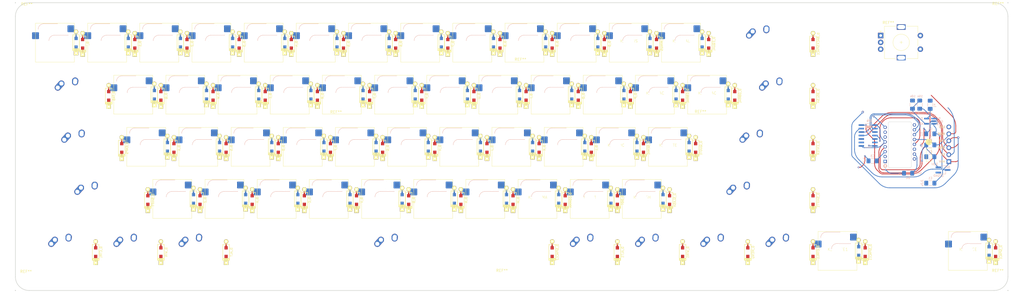
<source format=kicad_pcb>
(kicad_pcb (version 20221018) (generator pcbnew)
  (layers (0 "F.Cu" signal) (31 "B.Cu" signal) (34 "B.Paste" user) (35 "F.Paste" user) (36 "B.SilkS" user "B.Silkscreen") (37 "F.SilkS" user "F.Silkscreen") (38 "B.Mask" user) (39 "F.Mask" user) (44 "Edge.Cuts" user))
  (net 0 "")
  (net 1 "GND")
  (net 2 "VCC")
  (net 3 "/col0")
  (net 4 "/col1")
  (net 5 "/col2")
  (net 6 "/col3")
  (net 7 "/col4")
  (net 8 "/col5")
  (net 9 "/col6")
  (net 10 "/col7")
  (net 11 "/col8")
  (net 12 "/col9")
  (net 13 "/col10")
  (net 14 "/col11")
  (net 15 "/col12")
  (net 16 "/col13")
  (net 17 "/col14")
  (net 18 "/row0")
  (net 19 "/row1")
  (net 20 "/row2")
  (net 21 "/row3")
  (net 22 "/row4")
  (net 23 "Net-(D_`-Pad2)")
  (net 24 "Net-(D_1-Pad2)")
  (net 25 "Net-(D_2-Pad2)")
  (net 26 "Net-(D_3-Pad2)")
  (net 27 "Net-(D_4-Pad2)")
  (net 28 "Net-(D_5-Pad2)")
  (net 29 "Net-(D_6-Pad2)")
  (net 30 "Net-(D_7-Pad2)")
  (net 31 "Net-(D_8-Pad2)")
  (net 32 "Net-(D_9-Pad2)")
  (net 33 "Net-(D_0-Pad2)")
  (net 34 "Net-(D_MINUS-Pad2)")
  (net 35 "Net-(D_EQUAL-Pad2)")
  (net 36 "Net-(D_BACKSPACE-Pad2)")
  (net 37 "Net-(D_TAB-Pad2)")
  (net 38 "Net-(D_Q-Pad2)")
  (net 39 "Net-(D_W-Pad2)")
  (net 40 "Net-(D_E-Pad2)")
  (net 41 "Net-(D_R-Pad2)")
  (net 42 "Net-(D_T-Pad2)")
  (net 43 "Net-(D_Y-Pad2)")
  (net 44 "Net-(D_U-Pad2)")
  (net 45 "Net-(D_I-Pad2)")
  (net 46 "Net-(D_O-Pad2)")
  (net 47 "Net-(D_P-Pad2)")
  (net 48 "Net-(D_CBRAC-Pad2)")
  (net 49 "Net-(D_OBRAC-Pad2)")
  (net 50 "Net-(D_BSLSH-Pad2)")
  (net 51 "Net-(D_CAPS-Pad2)")
  (net 52 "Net-(D_A-Pad2)")
  (net 53 "Net-(D_S-Pad2)")
  (net 54 "Net-(D_D-Pad2)")
  (net 55 "Net-(D_F-Pad2)")
  (net 56 "Net-(D_G-Pad2)")
  (net 57 "Net-(D_H-Pad2)")
  (net 58 "Net-(D_J-Pad2)")
  (net 59 "Net-(D_K-Pad2)")
  (net 60 "Net-(D_L-Pad2)")
  (net 61 "Net-(D_SEMIC-Pad2)")
  (net 62 "Net-(D_QUOTE-Pad2)")
  (net 63 "Net-(D_ENTER-Pad2)")
  (net 64 "Net-(D_SPACE-Pad2)")
  (net 65 "Net-(D_SHIFT-Pad2)")
  (net 66 "Net-(D_Z-Pad2)")
  (net 67 "Net-(D_X-Pad2)")
  (net 68 "Net-(D_C-Pad2)")
  (net 69 "Net-(D_V-Pad2)")
  (net 70 "Net-(D_B-Pad2)")
  (net 71 "Net-(D_N-Pad2)")
  (net 72 "Net-(D_M-Pad2)")
  (net 73 "Net-(D_COMMA-Pad2)")
  (net 74 "Net-(D_DOT-Pad2)")
  (net 75 "Net-(D_SLASH-Pad2)")
  (net 76 "Net-(D_SHIFT1-Pad2)")
  (net 77 "Net-(D_SPACE1-Pad2)")
  (net 78 "Net-(D_CTRL-Pad2)")
  (net 79 "Net-(D_WIN-Pad2)")
  (net 80 "Net-(D_ALT-Pad2)")
  (net 81 "Net-(D_SPACE2-Pad2)")
  (net 82 "Net-(D_ALT1-Pad2)")
  (net 83 "Net-(D_WIN1-Pad2)")
  (net 84 "Net-(D_MENU-Pad2)")
  (net 85 "Net-(D_CTRL1-Pad2)")
  (footprint "keyboard_parts:D_SOD123_axial" (layer "F.Cu") (at 335.265 214.25 90)
    (fp_text reference "D_DOT")
    (fp_text value "D" hide)
  )
  (footprint "keyboard_parts:D_SOD123_axial" (layer "F.Cu") (at 278.115 214.25 90)
    (fp_text reference "D_N")
    (fp_text value "D" hide)
  )
  (footprint "MX_Alps_Hybrid:MX-1.25U-NoLED" (layer "F.Cu") (at 179.98375 232.8)
    (fp_text reference "K_ALT")
    (fp_text value "KEYSW")
  )
  (footprint "keyboard_parts:D_SOD123_axial" (layer "F.Cu") (at 144.765 233.3 90)
    (fp_text reference "D_CTRL")
    (fp_text value "D" hide)
  )
  (footprint "keyboard_parts:D_SOD123_axial" (layer "F.Cu") (at 349.5525 157.1 90)
    (fp_text reference "D_MINUS")
    (fp_text value "D" hide)
  )
  (footprint "keyboard_parts:D_SOD123_axial" (layer "F.Cu") (at 230.49 195.2 90)
    (fp_text reference "D_F")
    (fp_text value "D" hide)
  )
  (footprint "keyboard_parts:D_SOD123_axial" (layer "F.Cu") (at 154.29 195.2 90)
    (fp_text reference "D_CAPS")
    (fp_text value "D" hide)
  )
  (footprint "personal:1u mx hotswap with diode" (layer "F.Cu") (at 277.615 194.7)
    (fp_text reference "K_J")
    (fp_text value "KEYSW")
  )
  (footprint "keyboard_parts:D_SOD123_axial" (layer "F.Cu") (at 378.1275 176.15 90)
    (fp_text reference "D_OBRAC")
    (fp_text value "D" hide)
  )
  (footprint "personal:1u mx hotswap with diode" (layer "F.Cu") (at 201.415 194.7)
    (fp_text reference "K_D")
    (fp_text value "KEYSW")
  )
  (footprint "keyboard_parts:D_SOD123_axial" (layer "F.Cu") (at 359.0775 233.3 90)
    (fp_text reference "D_WIN1")
    (fp_text value "D" hide)
  )
  (footprint "keyboard_parts:D_SOD123_axial" (layer "F.Cu") (at 235.2525 157.1 90)
    (fp_text reference "D_5")
    (fp_text value "D" hide)
  )
  (footprint "MountingHole:MountingHole_2.2mm_M2" (layer "F.Cu") (at 299.87 166.02)
    (fp_text reference "REF**")
    (fp_text value "MountingHole_2.2mm_M2")
  )
  (footprint "keyboard_parts:D_SOD123_axial" (layer "F.Cu") (at 406.7025 176.15 90)
    (fp_text reference "D_BSLSH")
    (fp_text value "D" hide)
  )
  (footprint "keyboard_parts:D_SOD123_axial" (layer "F.Cu") (at 192.39 195.2 90)
    (fp_text reference "D_S")
    (fp_text value "D" hide)
  )
  (footprint "keyboard_parts:D_SOD123_axial" (layer "F.Cu") (at 311.4525 233.3 90)
    (fp_text reference "D_SPACE2")
    (fp_text value "D" hide)
  )
  (footprint "personal:1u mx hotswap with diode" (layer "F.Cu") (at 158.5525 175.65)
    (fp_text reference "K_Q")
    (fp_text value "KEYSW")
  )
  (footprint "MX_Alps_Hybrid:MX-1.25U-NoLED" (layer "F.Cu") (at 370.48375 232.8)
    (fp_text reference "K_MENU")
    (fp_text value "KEYSW")
  )
  (footprint "personal:1u mx hotswap with diode" (layer "F.Cu") (at 353.815 194.7)
    (fp_text reference "K_QUOTE")
    (fp_text value "KEYSW")
  )
  (footprint "keyboard_parts:D_SOD123_axial" (layer "F.Cu") (at 406.7025 195.2 90)
    (fp_text reference "D_ENTER")
    (fp_text value "D" hide)
  )
  (footprint "keyboard_parts:D_SOD123_axial" (layer "F.Cu") (at 297.165 214.25 90)
    (fp_text reference "D_M")
    (fp_text value "D" hide)
  )
  (footprint "personal:1u mx hotswap with diode" (layer "F.Cu") (at 149.0275 156.6)
    (fp_text reference "K_1")
    (fp_text value "KEYSW")
  )
  (footprint "MountingHole:MountingHole_2.2mm_M2" (layer "F.Cu") (at 474.26 145.6)
    (fp_text reference "REF**")
    (fp_text value "MountingHole_2.2mm_M2")
  )
  (footprint "personal:1u mx hotswap with diode" (layer "F.Cu") (at 239.515 194.7)
    (fp_text reference "K_G")
    (fp_text value "KEYSW")
  )
  (footprint "personal:1u mx hotswap with diode" (layer "F.Cu") (at 349.0525 175.65)
    (fp_text reference "K_CBRAC")
    (fp_text value "KEYSW")
  )
  (footprint "personal:1u mx hotswap with diode" (layer "F.Cu") (at 368.1025 175.65)
    (fp_text reference "K_OBRAC")
    (fp_text value "KEYSW")
  )
  (footprint "keyboard_parts:D_SOD123_axial" (layer "F.Cu") (at 340.0275 176.15 90)
    (fp_text reference "D_P")
    (fp_text value "D" hide)
  )
  (footprint "keyboard_parts:D_SOD123_axial" (layer "F.Cu") (at 268.59 195.2 90)
    (fp_text reference "D_H")
    (fp_text value "D" hide)
  )
  (footprint "personal:1u mx hotswap with diode" (layer "F.Cu") (at 296.665 194.7)
    (fp_text reference "K_K")
    (fp_text value "KEYSW")
  )
  (footprint "keyboard_parts:D_SOD123_axial" (layer "F.Cu") (at 240.015 214.25 90)
    (fp_text reference "D_V")
    (fp_text value "D" hide)
  )
  (footprint "keyboard_parts:D_SOD123_axial" (layer "F.Cu") (at 211.44 195.2 90)
    (fp_text reference "D_D")
    (fp_text value "D" hide)
  )
  (footprint "personal:1u mx hotswap with diode" (layer "F.Cu") (at 253.8025 175.65)
    (fp_text reference "K_Y")
    (fp_text value "KEYSW")
  )
  (footprint "personal:1u mx hotswap with diode" (layer "F.Cu") (at 206.1775 156.6)
    (fp_text reference "K_4")
    (fp_text value "KEYSW")
  )
  (footprint "Rotary_Encoder:RotaryEncoder_Alps_EC11E-Switch_Vertical_H20mm" (layer "F.Cu") (at 431.4 154.07)
    (fp_text reference "REF**")
    (fp_text value "RotaryEncoder_Alps_EC11E-Switch_Vertical_H20mm")
  )
  (footprint "keyboard_parts:D_SOD123_axial" (layer "F.Cu") (at 187.6275 176.15 90)
    (fp_text reference "D_W")
    (fp_text value "D" hide)
  )
  (footprint "MX_Alps_Hybrid:MX-1.25U-NoLED" (layer "F.Cu") (at 346.67125 232.8)
    (fp_text reference "K_WIN1")
    (fp_text value "KEYSW")
  )
  (footprint "personal:1u mx hotswap with diode" (layer "F.Cu") (at 310.9525 175.65)
    (fp_text reference "K_O")
    (fp_text value "KEYSW")
  )
  (footprint "personal:1u mx hotswap with diode" (layer "F.Cu") (at 249.04 213.75)
    (fp_text reference "K_B")
    (fp_text value "KEYSW")
  )
  (footprint "keyboard_parts:D_SOD123_axial" (layer "F.Cu") (at 344.79 195.2 90)
    (fp_text reference "D_SEMIC")
    (fp_text value "D" hide)
  )
  (footprint "keyboard_parts:D_SOD123_axial" (layer "F.Cu") (at 273.3525 157.1 90)
    (fp_text reference "D_7")
    (fp_text value "D" hide)
  )
  (footprint "personal:1u mx hotswap with diode" (layer "F.Cu") (at 282.3775 156.6)
    (fp_text reference "K_8")
    (fp_text value "KEYSW")
  )
  (footprint "MX_Alps_Hybrid:MX-2.75U-NoLED" (layer "F.Cu") (at 380.00875 213.75)
    (fp_text reference "K_SHIFT1")
    (fp_text value "KEYSW")
  )
  (footprint "keyboard_parts:D_SOD123_axial" (layer "F.Cu") (at 406.7025 157.1 90)
    (fp_text reference "D_BACKSPACE")
    (fp_text value "D" hide)
  )
  (footprint "MountingHole:MountingHole_2.2mm_M2" (layer "F.Cu") (at 119.6 145.81)
    (fp_text reference "REF**")
    (fp_text value "MountingHole_2.2mm_M2")
  )
  (footprint "personal:1u mx hotswap with diode" (layer "F.Cu") (at 225.2275 156.6)
    (fp_text reference "K_5")
    (fp_text value "KEYSW")
  )
  (footprint "keyboard_parts:D_SOD123_axial" (layer "F.Cu") (at 225.7275 176.15 90)
    (fp_text reference "D_R")
    (fp_text value "D" hide)
  )
  (footprint "keyboard_parts:D_SOD123_axial" (layer "F.Cu") (at 382.89 233.3 90)
    (fp_text reference "D_MENU")
    (fp_text value "D" hide)
  )
  (footprint "keyboard_parts:D_SOD123_axial" (layer "F.Cu") (at 325.74 195.2 90)
    (fp_text reference "D_L")
    (fp_text value "D" hide)
  )
  (footprint "keyboard_parts:D_SOD123_axial" (layer "F.Cu") (at 406.7025 214.25 90)
    (fp_text reference "D_SHIFT1")
    (fp_text value "D" hide)
  )
  (footprint "personal:1u mx hotswap with diode" (layer "F.Cu") (at 272.8525 175.65)
    (fp_text reference "K_U")
    (fp_text value "KEYSW")
  )
  (footprint "personal:1u mx hotswap with diode" (layer "F.Cu") (at 334.765 194.7)
    (fp_text reference "K_SEMIC")
    (fp_text value "KEYSW")
  )
  (footprint "keyboard_parts:D_SOD123_axial" (layer "F.Cu") (at 182.865 214.25 90)
    (fp_text reference "D_Z")
    (fp_text value "D" hide)
  )
  (footprint "personal:1u mx hotswap with diode" (layer "F.Cu") (at 196.6525 175.65)
    (fp_text reference "K_E")
    (fp_text value "KEYSW")
  )
  (footprint "keyboard_parts:D_SOD123_axial" (layer "F.Cu") (at 320.9775 176.15 90)
    (fp_text reference "D_O")
    (fp_text value "D" hide)
  )
  (footprint "keyboard_parts:D_SOD123_axial" (layer "F.Cu") (at 292.4025 157.1 90)
    (fp_text reference "D_8")
    (fp_text value "D" hide)
  )
  (footprint "keyboard_parts:D_SOD123_axial" (layer "F.Cu") (at 197.1525 157.1 90)
    (fp_text reference "D_3")
    (fp_text value "D" hide)
  )
  (footprint "keyboard_parts:D_SOD123_axial" (layer "F.Cu") (at 244.7775 176.15 90)
    (fp_text reference "D_T")
    (fp_text value "D" hide)
  )
  (footprint "keyboard_parts:D_SOD123_axial" (layer "F.Cu") (at 335.265 233.3 90)
    (fp_text reference "D_ALT1")
    (fp_text value "D" hide)
  )
  (footprint "keyboard_parts:D_SOD123_axial" (layer "F.Cu") (at 306.69 195.2 90)
    (fp_text reference "D_K")
    (fp_text value "D" hide)
  )
  (footprint "keyboard_parts:D_SOD123_axial" (layer "F.Cu") (at 311.4525 157.1 90)
    (fp_text reference "D_9")
    (fp_text value "D" hide)
  )
  (footprint "personal:1u mx hotswap with diode" (layer "F.Cu") (at 330.0025 175.65)
    (fp_text reference "K_P")
    (fp_text value "KEYSW")
  )
  (footprint "keyboard_parts:D_SOD123_axial" (layer "F.Cu") (at 287.64 195.2 90)
    (fp_text reference "D_J")
    (fp_text value "D" hide)
  )
  (footprint "keyboard_parts:D_SOD123_axial" (layer "F.Cu") (at 206.6775 176.15 90)
    (fp_text reference "D_E")
    (fp_text value "D" hide)
  )
  (footprint "personal:1u mx hotswap with diode" (layer "F.Cu") (at 315.715 194.7)
    (fp_text reference "K_L")
    (fp_text value "KEYSW")
  )
  (footprint "keyboard_parts:D_SOD123_axial" (layer "F.Cu") (at 254.3025 157.1 90)
    (fp_text reference "D_6")
    (fp_text value "D" hide)
  )
  (footprint "keyboard_parts:D_SOD123_axial" (layer "F.Cu") (at 149.5275 176.15 90)
    (fp_text reference "D_TAB")
    (fp_text value "D" hide)
  )
  (footprint "personal:1u mx hotswap with diode" (layer "F.Cu") (at 234.7525 175.65)
    (fp_text reference "K_T")
    (fp_text value "KEYSW")
  )
  (footprint "personal:1u mx hotswap with diode" (layer "F.Cu") (at 187.1275 156.6)
    (fp_text reference "K_3")
    (fp_text value "KEYSW")
  )
  (footprint "keyboard_parts:D_SOD123_axial" (layer "F.Cu") (at 473.3775 233.3 90)
    (fp_text reference "D_SPACE")
    (fp_text value "D" hide)
  )
  (footprint "keyboard_parts:D_SOD123_axial" (layer "F.Cu") (at 368.6025 157.1 90)
    (fp_text reference "D_EQUAL")
    (fp_text value "D" hide)
  )
  (footprint "personal:1u mx hotswap with diode" (layer "F.Cu") (at 320.4775 156.6)
    (fp_text reference "K_0")
    (fp_text value "KEYSW")
  )
  (footprint "MountingHole:MountingHole_2.2mm_M2" (layer "F.Cu") (at 293.11 243.24)
    (fp_text reference "REF**")
    (fp_text value "MountingHole_2.2mm_M2")
  )
  (footprint "keyboard_parts:D_SOD123_axial" (layer "F.Cu") (at 201.915 214.25 90)
    (fp_text reference "D_X")
    (fp_text value "D" hide)
  )
  (footprint "MX_Alps_Hybrid:MX-1.5U-NoLED" (layer "F.Cu") (at 134.74 175.65)
    (fp_text reference "K_TAB")
    (fp_text value "KEYSW")
  )
  (footprint "keyboard_parts:D_SOD123_axial" (layer "F.Cu") (at 282.8775 176.15 90)
    (fp_text reference "D_U")
    (fp_text value "D" hide)
  )
  (footprint "personal:1u mx hotswap with diode" (layer "F.Cu") (at 344.29 213.75)
    (fp_text reference "K_SLASH")
    (fp_text value "KEYSW")
  )
  (footprint "personal:1u mx hotswap with diode" (layer "F.Cu") (at 463.3525 232.8)
    (fp_text reference "K_SPACE")
    (fp_text value "KEYSW")
  )
  (footprint "keyboard_parts:D_SOD123_axial" (layer "F.Cu") (at 168.5775 176.15 90)
    (fp_text reference "D_Q")
    (fp_text value "D" hide)
  )
  (footprint "keyboard_parts:D_SOD123_axial" (layer "F.Cu") (at 140.0025 157.1 90)
    (fp_text reference "D_`")
    (fp_text value "D" hide)
  )
  (footprint "keyboard_parts:D_SOD123_axial" (layer "F.Cu") (at 249.54 195.2 90)
    (fp_text reference "D_G")
    (fp_text value "D" hide)
  )
  (footprint "personal:1u mx hotswap with diode" (layer "F.Cu") (at 129.9775 156.6)
    (fp_text reference "K_`")
    (fp_text value "KEYSW")
  )
  (footprint "MX_Alps_Hybrid:MX-1.25U-NoLED" (layer "F.Cu") (at 394.29625 232.8)
    (fp_text reference "K_CTRL1")
    (fp_text value "KEYSW")
  )
  (footprint "personal:1u mx hotswap with diode" (layer "F.Cu") (at 172.84 213.75)
    (fp_text reference "K_Z")
    (fp_text value "KEYSW")
  )
  (footprint "personal:1u mx hotswap with diode" (layer "F.Cu") (at 244.2775 156.6)
    (fp_text reference "K_6")
    (fp_text value "KEYSW")
  )
  (footprint "personal:1u mx hotswap with diode" (layer "F.Cu") (at 163.315 194.7)
    (fp_text reference "K_A")
    (fp_text value "KEYSW")
  )
  (footprint "MX_Alps_Hybrid:MX-1.25U-NoLED" (layer "F.Cu") (at 322.85875 232.8)
    (fp_text reference "K_ALT1")
    (fp_text value "KEYSW")
  )
  (footprint "keyboard_parts:D_SOD123_axial" (layer "F.Cu") (at 159.0525 157.1 90)
    (fp_text reference "D_1")
    (fp_text value "D" hide)
  )
  (footprint "MX_Alps_Hybrid:MX-6.25U-NoLED" (layer "F.Cu") (at 251.42125 232.8)
    (fp_text reference "K_SPACE2")
    (fp_text value "KEYSW")
  )
  (footprint "personal:1u mx hotswap with diode" (layer "F.Cu") (at 325.24 213.75)
    (fp_text reference "K_DOT")
    (fp_text value "KEYSW")
  )
  (footprint "personal:1u mx hotswap with diode" (layer "F.Cu") (at 177.6025 175.65)
    (fp_text reference "K_W")
    (fp_text value "KEYSW")
  )
  (footprint "keyboard_parts:D_SOD123_axial" (layer "F.Cu") (at 263.8275 176.15 90)
    (fp_text reference "D_Y")
    (fp_text value "D" hide)
  )
  (footprint "Connector_PinHeader_2.54mm:PinHeader_1x06_P2.54mm_Vertical" (layer "F.Cu") (at 456.300203 187.49251)
    (fp_text reference "J1" hide)
    (fp_text value "Conn_01x06_Female")
  )
  (footprint "keyboard_parts:D_SOD123_axial" (layer "F.Cu") (at 163.815 214.25 90)
    (fp_text reference "D_SHIFT")
    (fp_text value "D" hide)
  )
  (footprint "MountingHole:MountingHole_2.2mm_M2" (layer "F.Cu") (at 232.51 185.24)
    (fp_text reference "REF**")
    (fp_text value "MountingHole_2.2mm_M2")
  )
  (footprint "MX_Alps_Hybrid:MX-2.25U-NoLED" (layer "F.Cu") (at 141.88375 213.75)
    (fp_text reference "K_SHIFT")
    (fp_text value "KEYSW")
  )
  (footprint "MX_Alps_Hybrid:MX-1.75U-NoLED" (layer "F.Cu") (at 137.12125 194.7)
    (fp_text reference "K_CAPS")
    (fp_text value "KEYSW")
  )
  (footprint "MountingHole:MountingHole_2.2mm_M2" (layer "F.Cu") (at 119.31 243.6)
    (fp_text reference "REF**")
    (fp_text value "MountingHole_2.2mm_M2")
  )
  (footprint "personal:1u mx hotswap with diode" (layer "F.Cu") (at 258.565 194.7)
    (fp_text reference "K_H")
    (fp_text value "KEYSW")
  )
  (footprint "MX_Alps_Hybrid:MX-1.25U-NoLED" (layer "F.Cu") (at 156.17125 232.8)
    (fp_text reference "K_WIN")
    (fp_text value "KEYSW")
  )
  (footprint "keyboard_parts:D_SOD123_axial" (layer "F.Cu") (at 178.1025 157.1 90)
    (fp_text reference "D_2")
    (fp_text value "D" hide)
  )
  (footprint "personal:1u mx hotswap with diode" (layer "F.Cu") (at 287.14 213.75)
    (fp_text reference "K_M")
    (fp_text value "KEYSW")
  )
  (footprint "keyboard_parts:D_SOD123_axial" (layer "F.Cu") (at 168.5775 233.3 90)
    (fp_text reference "D_WIN")
    (fp_text value "D" hide)
  )
  (footprint "keyboard_parts:D_SOD123_axial" (layer "F.Cu") (at 173.34 195.2 90)
    (fp_text reference "D_A")
    (fp_text value "D" hide)
  )
  (footprint "personal:1u mx hotswap with diode" (layer "F.Cu") (at 358.5775 156.6)
    (fp_text reference "K_EQUAL")
    (fp_text value "KEYSW")
  )
  (footprint "personal:1u mx hotswap with diode" (layer "F.Cu") (at 415.7275 232.8)
    (fp_text reference "K_SPACE1")
    (fp_text value "KEYSW")
  )
  (footprint "keyboard_parts:D_SOD123_axial" (layer "F.Cu") (at 363.84 195.2 90)
    (fp_text reference "D_QUOTE")
    (fp_text value "D" hide)
  )
  (footprint "MountingHole:MountingHole_2.2mm_M2" (layer "F.Cu") (at 474.15 243.26)
    (fp_text reference "REF**")
    (fp_text value "MountingHole_2.2mm_M2")
  )
  (footprint "keyboard_parts:D_SOD123_axial" (layer "F.Cu") (at 425.7525 233.3 90)
    (fp_text reference "D_SPACE1")
    (fp_text value "D" hide)
  )
  (footprint "MX_Alps_Hybrid:MX-2.25U-NoLED" (layer "F.Cu") (at 384.77125 194.7)
    (fp_text reference "K_ENTER")
    (fp_text value "KEYSW")
  )
  (footprint "personal:1u mx hotswap with diode" (layer "F.Cu") (at 263.3275 156.6)
    (fp_text reference "K_7")
    (fp_text value "KEYSW")
  )
  (footprint "MountingHole:MountingHole_2.2mm_M2" (layer "F.Cu") (at 365.61 185.12)
    (fp_text reference "REF**")
    (fp_text value "MountingHole_2.2mm_M2")
  )
  (footprint "keyboard_parts:D_SOD123_axial" (layer "F.Cu") (at 301.9275 176.15 90)
    (fp_text reference "D_I")
    (fp_text value "D" hide)
  )
  (footprint "personal:1u mx hotswap with diode" (layer "F.Cu") (at 168.0775 156.6)
    (fp_text reference "K_2")
    (fp_text value "KEYSW")
  )
  (footprint "personal:1u mx hotswap with diode" (layer "F.Cu") (at 210.94 213.75)
    (fp_text reference "K_C")
    (fp_text value "KEYSW")
  )
  (footprint "keyboard_parts:D_SOD123_axial" (layer "F.Cu") (at 330.5025 157.1 90)
    (fp_text reference "D_0")
    (fp_text value "D" hide)
  )
  (footprint "keyboard_parts:D_SOD123_axial" (layer "F.Cu") (at 316.215 214.25 90)
    (fp_text reference "D_COMMA")
    (fp_text value "D" hide)
  )
  (footprint "keyboard_parts:D_SOD123_axial" (layer "F.Cu") (at 216.2025 157.1 90)
    (fp_text reference "D_4")
    (fp_text value "D" hide)
  )
  (footprint "MX_Alps_Hybrid:MX-1.25U-NoLED" (layer "F.Cu") (at 132.35875 232.8)
    (fp_text reference "K_CTRL")
    (fp_text value "KEYSW")
  )
  (footprint "personal:1u mx hotswap with diode" (layer "F.Cu") (at 191.89 213.75)
    (fp_text reference "K_X")
    (fp_text value "KEYSW")
  )
  (footprint "keyboard_parts:D_SOD123_axial" (layer "F.Cu") (at 220.965 214.25 90)
    (fp_text reference "D_C")
    (fp_text value "D" hide)
  )
  (footprint "keyboard_parts:D_SOD123_axial" (layer "F.Cu") (at 354.315 214.25 90)
    (fp_text reference "D_SLASH")
    (fp_text value "D" hide)
  )
  (footprint "personal:1u mx hotswap with diode" (layer "F.Cu") (at 306.19 213.75)
    (fp_text reference "K_COMMA")
    (fp_text value "KEYSW")
  )
  (footprint "keyboard_parts:D_SOD123_axial" (layer "F.Cu") (at 192.39 233.3 90)
    (fp_text reference "D_ALT")
    (fp_text value "D" hide)
  )
  (footprint "MX_Alps_Hybrid:MX-2U-NoLED" (layer "F.Cu") (at 387.1525 156.6)
    (fp_text reference "K_BACKSPACE")
    (fp_text value "KEYSW")
  )
  (footprint "personal:1u mx hotswap with diode" (layer "F.Cu") (at 182.365 194.7)
    (fp_text reference "K_S")
    (fp_text value "KEYSW")
  )
  (footprint "personal:1u mx hotswap with diode" (layer "F.Cu") (at 268.09 213.75)
    (fp_text reference "K_N")
    (fp_text value "KEYSW")
  )
  (footprint "MX_Alps_Hybrid:MX-1.5U-NoLED" (layer "F.Cu") (at 391.915 175.65)
    (fp_text reference "K_BSLSH")
    (fp_text value "KEYSW")
  )
  (footprint "personal:1u mx hotswap with diode" (layer "F.Cu") (at 291.9025 175.65)
    (fp_text reference "K_I")
    (fp_text value "KEYSW")
  )
  (footprint "keyboard_parts:D_SOD123_axial" (layer "F.Cu") (at 359.0775 176.15 90)
    (fp_text reference "D_CBRAC")
    (fp_text value "D" hide)
  )
  (footprint "keyboard_parts:D_SOD123_axial" (layer "F.Cu") (at 259.065 214.25 90)
    (fp_text reference "D_B")
    (fp_text value "D" hide)
  )
  (footprint "personal:1u mx hotswap with diode" (layer "F.Cu") (at 220.465 194.7)
    (fp_text reference "K_F")
    (fp_text value "KEYSW")
  )
  (footprint "personal:1u mx hotswap with diode" (layer "F.Cu") (at 215.7025 175.65)
    (fp_text reference "K_R")
    (fp_text value "KEYSW")
  )
  (footprint "personal:1u mx hotswap with diode" (layer "F.Cu") (at 229.99 213.75)
    (fp_text reference "K_V")
    (fp_text value "KEYSW")
  )
  (footprint "keyboard_parts:D_SOD123_axial" (layer "F.Cu") (at 406.7025 233.3 90)
    (fp_text reference "D_CTRL1")
    (fp_text value "D" hide)
  )
  (footprint "personal:1u mx hotswap with diode" (layer "F.Cu") (at 339.5275 156.6)
    (fp_text reference "K_MINUS")
    (fp_text value "KEYSW")
  )
  (footprint "personal:1u mx hotswap with diode" (layer "F.Cu") (at 301.4275 156.6)
    (fp_text reference "K_9")
    (fp_text value "KEYSW")
  )
  (footprint "Resistor_SMD:R_1206_3216Metric_Pad1.42x1.75mm_HandSolder" (layer "B.Cu") (at 441.425203 204.44251)
    (fp_text reference "R4")
    (fp_text value "39")
  )
  (footprint "local:DIP-16_W10.16mm" (layer "B.Cu") (at 434.136203 201.63051)
    (fp_text reference "U2" hide)
    (fp_text value "PMW3360DM-T2QU")
  )
  (footprint "Capacitor_SMD:C_1206_3216Metric_Pad1.42x1.75mm_HandSolder" (layer "B.Cu") (at 449.535203 190.02251 180)
    (fp_text reference "C4")
    (fp_text value "1uF")
  )
  (footprint "Resistor_SMD:R_1206_3216Metric_Pad1.42x1.75mm_HandSolder" (layer "B.Cu") (at 445.675203 179.34251 -90)
    (fp_text reference "R3")
    (fp_text value "15k")
  )
  (footprint "Capacitor_SMD:C_1206_3216Metric_Pad1.42x1.75mm_HandSolder" (layer "B.Cu") (at 449.475203 179.39251 90)
    (fp_text reference "C5")
    (fp_text value "1uF")
  )
  (footprint "local:SOIC127P600X175-14N" (layer "B.Cu") (at 426.825203 190.64251 180)
    (fp_text reference "U4")
    (fp_text value "TXS0104EDR")
  )
  (footprint "Capacitor_SMD:C_1206_3216Metric_Pad1.42x1.75mm_HandSolder" (layer "B.Cu") (at 428.453203 199.92851 180)
    (fp_text reference "C3")
    (fp_text value "4.7uF")
  )
  (footprint "Resistor_SMD:R_1206_3216Metric_Pad1.42x1.75mm_HandSolder" (layer "B.Cu") (at 449.535203 194.08651)
    (fp_text reference "R1")
    (fp_text value "10k")
  )
  (footprint "local:AP7331" (layer "B.Cu") (at 449.475203 185.39251 180)
    (fp_text reference "IC1")
    (fp_text value "AP7335-WG-7" hide)
  )
  (footprint "Capacitor_SMD:C_1206_3216Metric_Pad1.42x1.75mm_HandSolder" (layer "B.Cu") (at 449.535203 198.40451 180)
    (fp_text reference "C2")
    (fp_text value "10uF")
  )
  (footprint "Package_TO_SOT_SMD:TSOT-23_HandSoldering" (layer "B.Cu") (at 454.175203 203.24251)
    (fp_text reference "U1")
    (fp_text value "XC6206P332MR")
  )
  (footprint "Resistor_SMD:R_1206_3216Metric_Pad1.42x1.75mm_HandSolder" (layer "B.Cu") (at 443.025203 179.34251 90)
    (fp_text reference "R2")
    (fp_text value "10k")
  )
  (footprint "Capacitor_SMD:C_1206_3216Metric_Pad1.42x1.75mm_HandSolder" (layer "B.Cu") (at 449.535203 208.05651 180)
    (fp_text reference "C1")
    (fp_text value "2.2uF")
  )
  (gr_rect (start 425.875203 187.09251) (end 427.975203 187.89251) (stroke (width 0.12)) (fill solid) (layer "B.SilkS"))
  (gr_circle (center 433.065203 201.77251) (end 433.586739 201.77251) (stroke (width 0.3)) (fill none) (layer "B.SilkS"))
  (gr_circle (center 448.975203 192.99251) (end 450.108781 192.99251) (stroke (width 0.12)) (fill solid) (layer "F.SilkS"))
  (gr_rect (start 448.125203 195.34251) (end 449.975203 200.19251) (stroke (width 0.12)) (fill none) (layer "F.SilkS"))
  (gr_arc (start 442.637203 201.880511) (mid 442.490734 202.234042) (end 442.137203 202.380511) (stroke (width 0.1)) (layer "Edge.Cuts"))
  (gr_arc (start 477.8775 242.325) (mid 476.413034 245.860534) (end 472.8775 247.325) (stroke (width 0.2)) (layer "Edge.Cuts"))
  (gr_line (start 472.8775 247.325) (end 120.4525 247.325) (stroke (width 0.2)) (layer "Edge.Cuts"))
  (gr_line (start 115.4525 242.325) (end 115.4525 147.075) (stroke (width 0.2)) (layer "Edge.Cuts"))
  (gr_line (start 477.8775 147.075) (end 477.8775 242.325) (stroke (width 0.2)) (layer "Edge.Cuts"))
  (gr_arc (start 477.8775 142.075) (mid 477.8775 142.075) (end 477.8775 142.075) (stroke (width 0.2)) (layer "Edge.Cuts"))
  (gr_arc (start 120.4525 247.325) (mid 116.916966 245.860534) (end 115.4525 242.325) (stroke (width 0.2)) (layer "Edge.Cuts"))
  (gr_line (start 434.137203 201.880511) (end 434.137203 186.130511) (stroke (width 0.1)) (layer "Edge.Cuts"))
  (gr_line (start 442.637203 186.130511) (end 442.637203 201.880511) (stroke (width 0.1)) (layer "Edge.Cuts"))
  (gr_arc (start 115.4525 147.075) (mid 116.916966 143.539466) (end 120.4525 142.075) (stroke (width 0.2)) (layer "Edge.Cuts"))
  (gr_arc (start 442.137203 185.630511) (mid 442.490748 185.776966) (end 442.637203 186.130511) (stroke (width 0.1)) (layer "Edge.Cuts"))
  (gr_arc (start 434.137203 186.130511) (mid 434.283628 185.776936) (end 434.637203 185.630511) (stroke (width 0.1)) (layer "Edge.Cuts"))
  (gr_arc (start 477.8775 247.325) (mid 477.8775 247.325) (end 477.8775 247.325) (stroke (width 0.2)) (layer "Edge.Cuts"))
  (gr_line (start 434.637203 202.380511) (end 442.137203 202.380511) (stroke (width 0.1)) (layer "Edge.Cuts"))
  (gr_arc (start 115.4525 247.325) (mid 115.4525 247.325) (end 115.4525 247.325) (stroke (width 0.2)) (layer "Edge.Cuts"))
  (gr_line (start 120.4525 142.075) (end 472.8775 142.075) (stroke (width 0.2)) (layer "Edge.Cuts"))
  (gr_arc (start 434.637203 202.380511) (mid 434.283641 202.234073) (end 434.137203 201.880511) (stroke (width 0.1)) (layer "Edge.Cuts"))
  (gr_arc (start 115.4525 142.075) (mid 115.4525 142.075) (end 115.4525 142.075) (stroke (width 0.2)) (layer "Edge.Cuts"))
  (gr_arc (start 472.8775 142.075) (mid 476.413034 143.539466) (end 477.8775 147.075) (stroke (width 0.2)) (layer "Edge.Cuts"))
  (gr_line (start 434.637203 185.630511) (end 442.137203 185.630511) (stroke (width 0.1)) (layer "Edge.Cuts"))
  (gr_text "5V" (at 452.575203 184.44251) (layer "B.SilkS") (effects (font (size 0.75 0.75) (thickness 0.1)) (justify mirror)))
  (gr_text "15k" (at 445.775203 176.29251) (layer "B.SilkS") (effects (font (size 0.75 0.75) (thickness 0.1)) (justify mirror)))
  (gr_text "5V" (at 456.025203 202.19251) (layer "B.SilkS") (effects (font (size 0.75 0.75) (thickness 0.1)) (justify mirror)))
  (gr_text "GND" (at 453.039489 185.49251) (layer "B.SilkS") (effects (font (size 0.75 0.75) (thickness 0.1)) (justify mirror)))
  (gr_text "10k" (at 443.125203 176.29251) (layer "B.SilkS") (effects (font (size 0.75 0.75) (thickness 0.1)) (justify mirror)))
  (gr_text "ADJ" (at 446.025203 186.34251) (layer "B.SilkS") (effects (font (size 0.75 0.75) (thickness 0.1)) (justify mirror)))
  (gr_text "2.2u" (at 446.525203 208.04251 90) (layer "B.SilkS") (effects (font (size 0.75 0.75) (thickness 0.1)) (justify mirror)))
  (gr_text "GND" (at 453.817489 187.52251) (layer "B.SilkS") (effects (font (size 0.75 0.75) (thickness 0.1)) (justify mirror)))
  (gr_text "39" (at 438.475203 204.34251 90) (layer "B.SilkS") (effects (font (size 0.75 0.75) (thickness 0.1)) (justify mirror)))
  (gr_text "EN" (at 452.575203 186.54251) (layer "B.SilkS") (effects (font (size 0.75 0.75) (thickness 0.1)) (justify mirror)))
  (gr_text "SS" (at 454.24606 197.60251) (layer "B.SilkS") (effects (font (size 0.75 0.75) (thickness 0.1)) (justify mirror)))
  (gr_text "MOSI" (at 453.603203 195.08251) (layer "B.SilkS") (effects (font (size 0.75 0.75) (thickness 0.1)) (justify mirror)))
  (gr_text "10u" (at 446.425203 198.49251 90) (layer "B.SilkS") (effects (font (size 0.75 0.75) (thickness 0.1)) (justify mirror)))
  (gr_text "MISO" (at 453.603203 190.04251) (layer "B.SilkS") (effects (font (size 0.75 0.75) (thickness 0.1)) (justify mirror)))
  (gr_text "3.3V" (at 451.125203 201.14251) (layer "B.SilkS") (effects (font (size 0.75 0.75) (thickness 0.1)) (justify mirror)))
  (gr_text "1u" (at 446.425203 190.07251 90) (layer "B.SilkS") (effects (font (size 0.75 0.75) (thickness 0.1)) (justify mirror)))
  (gr_text "10k" (at 446.425203 194.12251 90) (layer "B.SilkS") (effects (font (size 0.75 0.75) (thickness 0.1)) (justify mirror)))
  (gr_text "GND" (at 445.245203 204.35251) (layer "B.SilkS") (effects (font (size 0.75 0.75) (thickness 0.1)) (justify mirror)))
  (gr_text "GND" (at 451.825203 205.34251) (layer "B.SilkS") (effects (font (size 0.75 0.75) (thickness 0.1)) (justify mirror)))
  (gr_text "4.7u" (at 425.375203 199.94251 90) (layer "B.SilkS") (effects (font (size 0.75 0.75) (thickness 0.1)) (justify mirror)))
  (gr_text "1u" (at 451.225203 179.64251 270) (layer "B.SilkS") (effects (font (size 0.75 0.75) (thickness 0.1)) (justify mirror)))
  (gr_text "+5V" (at 453.817489 200.12251) (layer "B.SilkS") (effects (font (size 0.75 0.75) (thickness 0.1)) (justify mirror)))
  (gr_text "2V" (at 446.250203 184.44251) (layer "B.SilkS") (effects (font (size 0.75 0.75) (thickness 0.1)) (justify mirror)))
  (gr_text "SCK" (at 453.853203 192.56251) (layer "B.SilkS") (effects (font (size 0.75 0.75) (thickness 0.1)) (justify mirror)))
  (gr_text "MISO" (at 453.625203 190.04251) (layer "F.SilkS") (effects (font (size 0.75 0.75) (thickness 0.1))))
  (gr_text "SS" (at 454.26806 197.60251) (layer "F.SilkS") (effects (font (size 0.75 0.75) (thickness 0.1))))
  (gr_text "+5V" (at 453.839489 200.12251) (layer "F.SilkS") (effects (font (size 0.75 0.75) (thickness 0.1))))
  (gr_text "SCK" (at 453.875203 192.56251) (layer "F.SilkS") (effects (font (size 0.75 0.75) (thickness 0.1))))
  (gr_text "GND" (at 453.839489 187.52251) (layer "F.SilkS") (effects (font (size 0.75 0.75) (thickness 0.1))))
  (gr_text "MOSI" (at 453.625203 195.08251) (layer "F.SilkS") (effects (font (size 0.75 0.75) (thickness 0.1))))
  (segment (start 429.215203 200.644837) (end 429.215203 200.669231) (width 0.25) (layer "F.Cu") (net 0))
  (segment (start 451.301399 198.162313) (end 446.339996 203.123716) (width 0.25) (layer "F.Cu") (net 0))
  (segment (start 429.215203 192.99501) (end 429.215203 193.12001) (width 0.25) (layer "F.Cu") (net 0))
  (segment (start 429.215203 193.12001) (end 429.215203 193.24501) (width 0.25) (layer "F.Cu") (net 0))
  (segment (start 429.215203 199.833731) (end 429.215203 199.778842) (width 0.25) (layer "F.Cu") (net 0))
  (segment (start 442.334556 204.267498) (end 432.418662 204.267498) (width 0.25) (layer "F.Cu") (net 0))
  (segment (start 429.215203 195.181999) (end 429.215203 195.610327) (width 0.25) (layer "F.Cu") (net 0))
  (segment (start 447.65764 182.217498) (end 435.504178 182.217498) (width 0.25) (layer "F.Cu") (net 0))
  (segment (start 429.215203 198.108864) (end 429.215203 198.845756) (width 0.25) (layer "F.Cu") (net 0))
  (segment (start 456.300203 195.11251) (end 455.174708 193.987015) (width 0.25) (layer "F.Cu") (net 0))
  (segment (start 429.215203 193.555514) (end 429.215203 193.640177) (width 0.25) (layer "F.Cu") (net 0))
  (segment (start 429.215203 192.760635) (end 429.215203 192.791885) (width 0.25) (layer "F.Cu") (net 0))
  (segment (start 431.247203 202.159892) (end 431.247203 197.824524) (width 0.25) (layer "F.Cu") (net 0))
  (segment (start 452.974193 190.845657) (end 452.974193 190.78451) (width 0.25) (layer "F.Cu") (net 0))
  (segment (start 429.215203 196.671675) (end 429.215203 196.738629) (width 0.25) (layer "F.Cu") (net 0))
  (segment (start 446.487203 200.881722) (end 446.487203 199.92851) (width 0.25) (layer "F.Cu") (net 0))
  (segment (start 429.215203 193.640177) (end 429.215203 193.72484) (width 0.25) (layer "F.Cu") (net 0))
  (segment (start 435.157389 184.18051) (end 443.557177 184.18051) (width 0.25) (layer "F.Cu") (net 0))
  (segment (start 456.88803 191.984682) (end 456.300203 192.57251) (width 0.25) (layer "F.Cu") (net 0))
  (segment (start 449.840197 175.900905) (end 457.231111 183.291819) (width 0.25) (layer "F.Cu") (net 0))
  (segment (start 429.215203 192.87001) (end 429.215203 192.99501) (width 0.25) (layer "F.Cu") (net 0))
  (segment (start 429.215203 192.760635) (end 429.215203 192.729385) (width 0.25) (layer "F.Cu") (net 0))
  (segment (start 426.025203 188.04251) (end 426.025203 186.84251) (width 0.25) (layer "F.Cu") (net 0))
  (segment (start 451.318996 184.261301) (end 452.00541 184.947715) (width 0.25) (layer "F.Cu") (net 0))
  (segment (start 429.215203 200.315514) (end 429.215203 200.413091) (width 0.25) (layer "F.Cu") (net 0))
  (segment (start 453.599203 193.041614) (end 453.599203 188.795471) (width 0.25) (layer "F.Cu") (net 0))
  (segment (start 429.215203 192.791885) (end 429.215203 192.823135) (width 0.25) (layer "F.Cu") (net 0))
  (segment (start 429.215203 198.001079) (end 429.215203 198.108864) (width 0.25) (layer "F.Cu") (net 0))
  (segment (start 429.215203 192.68251) (end 429.215203 192.698135) (width 0.25) (layer "F.Cu") (net 0))
  (segment (start 445.725203 186.348535) (end 445.725203 190.485074) (width 0.25) (layer "F.Cu") (net 0))
  (segment (start 429.215203 200.022784) (end 429.215203 200.008555) (width 0.25) (layer "F.Cu") (net 0))
  (segment (start 429.215203 200.718019) (end 429.215203 200.693625) (width 0.25) (layer "F.Cu") (net 0))
  (segment (start 443.59581 203.155274) (end 433.237967 203.155274) (width 0.25) (layer "F.Cu") (net 0))
  (segment (start 429.215203 194.753671) (end 429.215203 195.181999) (width 0.25) (layer "F.Cu") (net 0))
  (segment (start 445.852203 198.753473) (end 445.852203 200.898881) (width 0.25) (layer "F.Cu") (net 0))
  (segment (start 429.215203 197.893294) (end 429.215203 198.001079) (width 0.25) (layer "F.Cu") (net 0))
  (segment (start 429.215203 194.753671) (end 429.215203 194.527447) (width 0.25) (layer "F.Cu") (net 0))
  (segment (start 430.739203 196.911734) (end 430.739203 202.587981) (width 0.25) (layer "F.Cu") (net 0))
  (segment (start 456.332086 190.000627) (end 456.300203 190.03251) (width 0.25) (layer "F.Cu") (net 0))
  (segment (start 457.306547 195.11251) (end 456.300203 195.11251) (width 0.25) (layer "F.Cu") (net 0))
  (segment (start 442.49224 204.717509) (end 432.168029 204.717509) (width 0.25) (layer "F.Cu") (net 0))
  (segment (start 449.425203 190.672546) (end 449.425203 183.29251) (width 0.25) (layer "F.Cu") (net 0))
  (segment (start 429.215203 196.805583) (end 429.215203 197.893294) (width 0.25) (layer "F.Cu") (net 0))
  (segment (start 429.215203 200.742414) (end 429.215203 200.754612) (width 0.25) (layer "F.Cu") (net 0))
  (segment (start 429.215203 200.230135) (end 429.215203 200.254529) (width 0.25) (layer "F.Cu") (net 0))
  (segment (start 429.215203 198.845756) (end 429.215203 199.183211) (width 0.25) (layer "F.Cu") (net 0))
  (segment (start 429.215203 200.022784) (end 429.215203 200.169149) (width 0.25) (layer "F.Cu") (net 0))
  (segment (start 429.215203 192.698135) (end 429.215203 192.729385) (width 0.25) (layer "F.Cu") (net 0))
  (segment (start 429.215203 193.390178) (end 429.215203 193.555514) (width 0.25) (layer "F.Cu") (net 0))
  (segment (start 429.215203 200.754612) (end 429.215199 201.154739) (width 0.25) (layer "F.Cu") (net 0))
  (segment (start 429.215203 200.413091) (end 429.215203 200.510668) (width 0.25) (layer "F.Cu") (net 0))
  (segment (start 452.455421 184.761315) (end 451.505396 183.81129) (width 0.25) (layer "F.Cu") (net 0))
  (segment (start 429.215203 200.315514) (end 429.215203 200.278923) (width 0.25) (layer "F.Cu") (net 0))
  (segment (start 432.141703 195.66501) (end 433.036203 194.77051) (width 0.25) (layer "F.Cu") (net 0))
  (segment (start 429.215203 199.833731) (end 429.215203 200.008555) (width 0.25) (layer "F.Cu") (net 0))
  (segment (start 429.215203 199.49424) (end 429.215203 199.778842) (width 0.25) (layer "F.Cu") (net 0))
  (segment (start 429.215203 193.279954) (end 429.215203 193.335066) (width 0.25) (layer "F.Cu") (net 0))
  (segment (start 452.895192 191.036383) (end 452.895192 194.533535) (width 0.25) (layer "F.Cu") (net 0))
  (segment (start 431.125203 188.212696) (end 431.125203 192.64251) (width 0.25) (layer "F.Cu") (net 0))
  (segment (start 452.895192 191.036383) (end 452.895192 194.314557) (width 0.25) (layer "F.Cu") (net 0))
  (segment (start 456.300203 200.19251) (end 458.819939 200.19251) (width 0.25) (layer "F.Cu") (net 0))
  (segment (start 429.215203 200.718019) (end 429.215203 200.742414) (width 0.25) (layer "F.Cu") (net 0))
  (segment (start 454.949703 196.30201) (end 456.300203 197.65251) (width 0.25) (layer "F.Cu") (net 0))
  (segment (start 454.049214 188.609071) (end 454.049214 191.269831) (width 0.25) (layer "F.Cu") (net 0))
  (segment (start 436.554167 182.667509) (end 447.47124 182.667509) (width 0.25) (layer "F.Cu") (net 0))
  (segment (start 456.300203 200.19251) (end 454.488984 198.381291) (width 0.25) (layer "F.Cu") (net 0))
  (segment (start 429.215203 200.644837) (end 429.215203 200.608245) (width 0.25) (layer "F.Cu") (net 0))
  (segment (start 444.730703 192.88601) (end 443.736203 193.88051) (width 0.25) (layer "F.Cu") (net 0))
  (segment (start 431.656422 183.81129) (end 426.725203 188.74251) (width 0.25) (layer "F.Cu") (net 0))
  (segment (start 429.215203 200.669231) (end 429.215203 200.693625) (width 0.25) (layer "F.Cu") (net 0))
  (segment (start 431.887703 194.13901) (end 433.036203 192.99051) (width 0.25) (layer "F.Cu") (net 0))
  (segment (start 429.215203 192.87001) (end 429.215203 192.823135) (width 0.25) (layer "F.Cu") (net 0))
  (segment (start 429.215203 200.254529) (end 429.215203 200.278923) (width 0.25) (layer "F.Cu") (net 0))
  (segment (start 429.215203 194.479665) (end 429.215203 194.503556) (width 0.25) (layer "F.Cu") (net 0))
  (segment (start 429.215203 194.503556) (end 429.215203 194.527447) (width 0.25) (layer "F.Cu") (net 0))
  (segment (start 429.215203 200.169149) (end 429.215203 200.230135) (width 0.25) (layer "F.Cu") (net 0))
  (segment (start 430.092944 203.273838) (end 431.090129 204.271027) (width 0.25) (layer "F.Cu") (net 0))
  (segment (start 447.445995 194.905716) (end 447.83141 194.520302) (width 0.25) (layer "F.Cu") (net 0))
  (segment (start 429.215203 193.279954) (end 429.215203 193.24501) (width 0.25) (layer "F.Cu") (net 0))
  (segment (start 429.215203 199.209638) (end 429.215203 199.183211) (width 0.25) (layer "F.Cu") (net 0))
  (segment (start 429.215203 194.289335) (end 429.215203 194.479665) (width 0.25) (layer "F.Cu") (net 0))
  (segment (start 458.040937 189.968744) (end 456.409058 189.968744) (width 0.25) (layer "F.Cu") (net 0))
  (segment (start 433.237967 203.155274) (end 432.242585 203.155274) (width 0.25) (layer "F.Cu") (net 0))
  (segment (start 429.215203 200.510668) (end 429.215203 200.608245) (width 0.25) (layer "F.Cu") (net 0))
  (segment (start 429.215203 193.884784) (end 429.215203 194.289335) (width 0.25) (layer "F.Cu") (net 0))
  (segment (start 459.802114 193.623287) (end 459.024483 194.400917) (width 0.25) (layer "F.Cu") (net 0))
  (segment (start 458.307171 191.396855) (end 459.715198 191.396855) (width 0.25) (layer "F.Cu") (net 0))
  (segment (start 429.215203 193.72484) (end 429.215203 193.884784) (width 0.25) (layer "F.Cu") (net 0))
  (segment (start 429.215203 195.610327) (end 429.215203 196.671675) (width 0.25) (layer "F.Cu") (net 0))
  (segment (start 427.325203 189.64251) (end 432.706411 184.261301) (width 0.25) (layer "F.Cu") (net 0))
  (segment (start 429.215203 196.738629) (end 429.215203 196.805583) (width 0.25) (layer "F.Cu") (net 0))
  (segment (start 429.215203 193.335066) (end 429.215203 193.390178) (width 0.25) (layer "F.Cu") (net 0))
  (segment (start 429.215203 199.209638) (end 429.215203 199.49424) (width 0.25) (layer "F.Cu") (net 0))
  (segment (start 429.038426 192.255733) (end 426.873731 190.091038) (width 0.25) (layer "F.Cu") (net 0))
  (segment (start 458.824904 187.139575) (end 458.824904 189.184777) (width 0.25) (layer "F.Cu") (net 0))
  (segment (start 445.81318 202.508956) (end 445.27092 203.051215) (width 0.25) (layer "F.Cu") (net 0))
  (via (at 424.87419 182.047601) (size 0.8) (drill 0.4) (layers "F.Cu" "B.Cu") (net 0))
  (via (at 426.725203 188.74251) (size 0.6) (drill 0.3) (layers "F.Cu" "B.Cu") (net 0))
  (via (at 427.325203 189.64251) (size 0.6) (drill 0.3) (layers "F.Cu" "B.Cu") (net 0))
  (via (at 433.237967 203.155274) (size 0.6) (drill 0.3) (layers "F.Cu" "B.Cu") (net 0))
  (via (at 449.425203 183.29251) (size 0.6) (drill 0.3) (layers "F.Cu" "B.Cu") (net 0))
  (via (at 452.974193 190.78451) (size 0.6) (drill 0.3) (layers "F.Cu" "B.Cu") (net 0))
  (via (at 446.487203 199.92851) (size 0.6) (drill 0.3) (layers "F.Cu" "B.Cu") (net 0))
  (via (at 426.025203 186.84251) (size 0.6) (drill 0.3) (layers "F.Cu" "B.Cu") (net 0))
  (via (at 459.715198 191.396855) (size 0.8) (drill 0.4) (layers "F.Cu" "B.Cu") (net 0))
  (via (at 431.125203 192.64251) (size 0.6) (drill 0.3) (layers "F.Cu" "B.Cu") (net 0))
  (arc (start 456.332086 190.000627) (mid 456.367401 189.97703) (end 456.409058 189.968744) (width 0.25) (layer "F.Cu") (net 0))
  (arc (start 458.595285 189.739125) (mid 458.765227 189.484788) (end 458.824904 189.184777) (width 0.25) (layer "F.Cu") (net 0))
  (arc (start 447.65764 182.217498) (mid 449.74003 182.631711) (end 451.505396 183.81129) (width 0.25) (layer "F.Cu") (net 0))
  (arc (start 436.554167 182.667509) (mid 434.471776 183.081722) (end 432.706411 184.261301) (width 0.25) (layer "F.Cu") (net 0))
  (arc (start 430.739203 202.587981) (mid 430.867051 203.230723) (end 431.231109 203.775592) (width 0.25) (layer "F.Cu") (net 0))
  (arc (start 432.418662 204.267498) (mid 431.775962 204.139656) (end 431.231109 203.775592) (width 0.25) (layer "F.Cu") (net 0))
  (arc (start 454.049214 188.609071) (mid 453.635 186.52668) (end 452.455421 184.761315) (width 0.25) (layer "F.Cu") (net 0))
  (arc (start 443.59581 203.155274) (mid 444.459294 202.983516) (end 445.191321 202.494392) (width 0.25) (layer "F.Cu") (net 0))
  (arc (start 431.887703 194.13901) (mid 431.037688 195.411146) (end 430.739203 196.911734) (width 0.25) (layer "F.Cu") (net 0))
  (arc (start 447.445995 194.905716) (mid 446.266416 196.671082) (end 445.852203 198.753473) (width 0.25) (layer "F.Cu") (net 0))
  (arc (start 457.306547 195.11251) (mid 458.236287 194.927573) (end 459.024483 194.400917) (width 0.25) (layer "F.Cu") (net 0))
  (arc (start 459.527046 199.899617) (mid 459.202622 200.11639) (end 458.819939 200.19251) (width 0.25) (layer "F.Cu") (net 0))
  (arc (start 447.83141 194.520302) (mid 449.010989 192.754936) (end 449.425203 190.672546) (width 0.25) (layer "F.Cu") (net 0))
  (arc (start 458.824904 187.139575) (mid 458.41069 185.057184) (end 457.231111 183.291819) (width 0.25) (layer "F.Cu") (net 0))
  (arc (start 454.488984 198.381291) (mid 453.309405 196.615925) (end 452.895192 194.533535) (width 0.25) (layer "F.Cu") (net 0))
  (arc (start 431.125203 188.212696) (mid 431.432134 186.669645) (end 432.306203 185.36151) (width 0.25) (layer "F.Cu") (net 0))
  (arc (start 452.895192 191.036383) (mid 452.905457 190.984773) (end 452.934692 190.94102) (width 0.25) (layer "F.Cu") (net 0))
  (arc (start 451.318996 184.261301) (mid 449.55363 183.081722) (end 447.47124 182.667509) (width 0.25) (layer "F.Cu") (net 0))
  (arc (start 452.895192 191.036383) (mid 452.895192 191.036383) (end 452.895192 191.036383) (width 0.25) (layer "F.Cu") (net 0))
  (arc (start 445.725203 186.348535) (mid 445.560171 185.518867) (end 445.090203 184.81551) (width 0.25) (layer "F.Cu") (net 0))
  (arc (start 451.301399 198.162313) (mid 452.480978 196.396947) (end 452.895192 194.314557) (width 0.25) (layer "F.Cu") (net 0))
  (arc (start 445.27092 203.051215) (mid 443.923705 203.951396) (end 442.334556 204.267498) (width 0.25) (layer "F.Cu") (net 0))
  (arc (start 445.81318 202.508956) (mid 446.31203 201.762374) (end 446.487203 200.881722) (width 0.25) (layer "F.Cu") (net 0))
  (arc (start 458.595285 189.739125) (mid 458.340948 189.909067) (end 458.040937 189.968744) (width 0.25) (layer "F.Cu") (net 0))
  (arc (start 445.852203 200.898881) (mid 445.680445 201.762365) (end 445.191321 202.494392) (width 0.25) (layer "F.Cu") (net 0))
  (arc (start 435.157389 184.18051) (mid 433.614338 184.487441) (end 432.306203 185.36151) (width 0.25) (layer "F.Cu") (net 0))
  (arc (start 458.307171 191.396855) (mid 457.539137 191.549626) (end 456.88803 191.984682) (width 0.25) (layer "F.Cu") (net 0))
  (arc (start 454.049214 191.269831) (mid 454.34172 192.74036) (end 455.174708 193.987015) (width 0.25) (layer "F.Cu") (net 0))
  (arc (start 444.730703 192.88601) (mid 445.46674 191.784451) (end 445.725203 190.485074) (width 0.25) (layer "F.Cu") (net 0))
  (arc (start 426.025203 188.04251) (mid 426.245728 189.151165) (end 426.873731 190.091038) (width 0.25) (layer "F.Cu") (net 0))
  (arc (start 431.656422 183.81129) (mid 433.421787 182.631711) (end 435.504178 182.217498) (width 0.25) (layer "F.Cu") (net 0))
  (arc (start 443.557177 184.18051) (mid 444.386844 184.345541) (end 445.090203 184.81551) (width 0.25) (layer "F.Cu") (net 0))
  (arc (start 430.092944 203.273838) (mid 429.443312 202.301587) (end 429.215199 201.154739) (width 0.25) (layer "F.Cu") (net 0))
  (arc (start 452.934692 190.94102) (mid 452.963927 190.897267) (end 452.974193 190.845657) (width 0.25) (layer "F.Cu") (net 0))
  (arc (start 453.599203 193.041614) (mid 453.950186 194.806127) (end 454.949703 196.30201) (width 0.25) (layer "F.Cu") (net 0))
  (arc (start 432.141703 195.66501) (mid 431.479675 196.655803) (end 431.247203 197.824524) (width 0.25) (layer "F.Cu") (net 0))
  (arc (start 453.599203 188.795471) (mid 453.184989 186.71308) (end 452.00541 184.947715) (width 0.25) (layer "F.Cu") (net 0))
  (arc (start 431.247203 202.159892) (mid 431.538743 202.863733) (end 432.242585 203.155274) (width 0.25) (layer "F.Cu") (net 0))
  (arc (start 452.895192 191.036383) (mid 452.905457 190.984773) (end 452.934692 190.94102) (width 0.25) (layer "F.Cu") (net 0))
  (arc (start 431.090129 204.271027) (mid 431.584673 204.601472) (end 432.168029 204.717509) (width 0.25) (layer "F.Cu") (net 0))
  (arc (start 446.339996 203.123716) (mid 444.57463 204.303295) (end 442.49224 204.717509) (width 0.25) (layer "F.Cu") (net 0))
  (arc (start 429.038426 192.255733) (mid 429.16926 192.45154) (end 429.215203 192.68251) (width 0.25) (layer "F.Cu") (net 0))
  (segment (start 454.018418 204.17326) (end 454.018418 203.515534) (width 0.25) (layer "B.Cu") (net 0))
  (segment (start 456.300203 200.598225) (end 456.300203 200.19251) (width 0.25) (layer "B.Cu") (net 0))
  (segment (start 457.703143 197.359617) (end 457.967608 197.095152) (width 0.25) (layer "B.Cu") (net 0))
  (segment (start 422.757203 189.01051) (end 423.423018 188.344694) (width 0.25) (layer "B.Cu") (net 0))
  (segment (start 450.775203 186.34251) (end 451.872162 186.34251) (width 0.25) (layer "B.Cu") (net 0))
  (segment (start 447.632388 192.10051) (end 443.736203 192.10051) (width 0.25) (layer "B.Cu") (net 0))
  (segment (start 424.555346 182.472727) (end 423.91766 183.110413) (width 0.25) (layer "B.Cu") (net 0))
  (segment (start 421.225202 198.521194) (end 422.004599 199.300591) (width 0.25) (layer "B.Cu") (net 0))
  (segment (start 448.225203 184.44251) (end 448.175203 184.44251) (width 0.25) (layer "B.Cu") (net 0))
  (segment (start 451.741453 201.57376) (end 452.458435 202.290742) (width 0.25) (layer "B.Cu") (net 0))
  (segment (start 458.260501 196.388045) (end 458.260501 186.024651) (width 0.25) (layer "B.Cu") (net 0))
  (segment (start 424.555346 182.472727) (end 424.836612 182.191462) (width 0.25) (layer "B.Cu") (net 0))
  (segment (start 449.450203 183.26751) (end 449.425203 183.29251) (width 0.25) (layer "B.Cu") (net 0))
  (segment (start 443.025203 181.083648) (end 443.025203 181.122794) (width 0.25) (layer "B.Cu") (net 0))
  (segment (start 447.267453 194.86676) (end 447.810291 194.323921) (width 0.25) (layer "B.Cu") (net 0))
  (segment (start 449.475203 183.207154) (end 449.475203 180.88001) (width 0.25) (layer "B.Cu") (net 0))
  (segment (start 433.237967 203.155274) (end 433.881585 203.798892) (width 0.25) (layer "B.Cu") (net 0))
  (segment (start 443.025203 181.171421) (end 443.025203 181.178685) (width 0.25) (layer "B.Cu") (net 0))
  (segment (start 458.121405 205.058594) (end 454.998594 208.181405) (width 0.25) (layer "B.Cu") (net 0))
  (segment (start 455.045208 193.827504) (end 456.300203 192.57251) (width 0.25) (layer "B.Cu") (net 0))
  (segment (start 459.715198 201.210838) (end 459.715198 191.396855) (width 0.25) (layer "B.Cu") (net 0))
  (segment (start 443.025203 181.209625) (end 443.025203 181.240565) (width 0.25) (layer "B.Cu") (net 0))
  (segment (start 443.786958 203.568254) (end 442.912703 204.44251) (width 0.25) (layer "B.Cu") (net 0))
  (segment (start 440.36731 183.117509) (end 429.074221 183.117509) (width 0.25) (layer "B.Cu") (net 0))
  (segment (start 443.025203 180.928005) (end 443.025203 180.952624) (width 0.25) (layer "B.Cu") (net 0))
  (segment (start 443.025203 180.952624) (end 443.025203 181.044502) (width 0.25) (layer "B.Cu") (net 0))
  (segment (start 443.025203 181.044502) (end 443.025203 181.083648) (width 0.25) (layer "B.Cu") (net 0))
  (segment (start 451.361458 189.683754) (end 451.165453 189.87976) (width 0.25) (layer "B.Cu") (net 0))
  (segment (start 421.849203 191.202615) (end 421.849203 195.642546) (width 0.25) (layer "B.Cu") (net 0))
  (segment (start 451.022703 198.40451) (end 451.022703 199.838544) (width 0.25) (layer "B.Cu") (net 0))
  (segment (start 456.996036 197.65251) (end 456.300203 197.65251) (width 0.25) (layer "B.Cu") (net 0))
  (segment (start 430.040581 199.546131) (end 433.036203 196.55051) (width 0.25) (layer "B.Cu") (net 0))
  (segment (start 456.013318 201.290825) (end 454.48431 202.819832) (width 0.25) (layer "B.Cu") (net 0))
  (segment (start 429.940703 199.78726) (end 429.940703 199.92851) (width 0.25) (layer "B.Cu") (net 0))
  (segment (start 452.000214 184.570561) (end 452.000214 186.214458) (width 0.25) (layer "B.Cu") (net 0))
  (segment (start 443.025203 180.678876) (end 443.025203 180.66751) (width 0.25) (layer "B.Cu") (net 0))
  (segment (start 425.417163 195.077521) (end 429.473452 195.077521) (width 0.25) (layer "B.Cu") (net 0))
  (segment (start 447.907693 186.34251) (end 448.175203 186.34251) (width 0.25) (layer "B.Cu") (net 0))
  (segment (start 427.525203 187.511763) (end 427.525203 184.227109) (width 0.25) (layer "B.Cu") (net 0))
  (segment (start 431.992697 194.034015) (end 433.036203 192.99051) (width 0.25) (layer "B.Cu") (net 0))
  (segment (start 453.679248 202.942521) (end 450.414027 202.942521) (width 0.25) (layer "B.Cu") (net 0))
  (segment (start 443.025203 180.803911) (end 443.025203 180.78212) (width 0.25) (layer "B.Cu") (net 0))
  (segment (start 451.022703 194.08651) (end 450.029703 193.09351) (width 0.25) (layer "B.Cu") (net 0))
  (segment (start 431.225203 189.898939) (end 431.225203 188.949322) (width 0.25) (layer "B.Cu") (net 0))
  (segment (start 425.649725 189.37251) (end 424.350203 189.37251) (width 0.25) (layer "B.Cu") (net 0))
  (segment (start 428.302697 187.790004) (end 428.373018 187.860325) (width 0.25) (layer "B.Cu") (net 0))
  (segment (start 444.82794 185.569247) (end 443.796702 184.538009) (width 0.25) (layer "B.Cu") (net 0))
  (segment (start 423.91766 183.110413) (end 421.662177 185.365897) (width 0.25) (layer "B.Cu") (net 0))
  (segment (start 443.025203 181.251932) (end 443.025203 181.269824) (width 0.25) (layer "B.Cu") (net 0))
  (segment (start 424.662708 194.765015) (end 424.350203 194.45251) (width 0.25) (layer "B.Cu") (net 0))
  (segment (start 444.661214 199.019602) (end 444.661214 201.457615) (width 0.25) (layer "B.Cu") (net 0))
  (segment (start 430.605203 187.45251) (end 430.227387 187.074694) (width 0.25) (layer "B.Cu") (net 0))
  (segment (start 451.022703 194.08651) (end 451.909203 194.08651) (width 0.25) (layer "B.Cu") (net 0))
  (segment (start 428.957703 188.10251) (end 429.300203 188.10251) (width 0.25) (layer "B.Cu") (net 0))
  (segment (start 440.326307 182.667498) (end 429.084814 182.667498) (width 0.25) (layer "B.Cu") (net 0))
  (segment (start 448.047703 194.42226) (end 448.047703 194.75801) (width 0.25) (layer "B.Cu") (net 0))
  (segment (start 420.835504 187.361664) (end 420.835504 189.699851) (width 0.25) (layer "B.Cu") (net 0))
  (segment (start 443.140107 180.390105) (end 445.675203 177.85501) (width 0.25) (layer "B.Cu") (net 0))
  (segment (start 446.318953 180.83001) (end 445.675203 180.83001) (width 0.25) (layer "B.Cu") (net 0))
  (segment (start 443.025203 180.75118) (end 443.025203 180.78212) (width 0.25) (layer "B.Cu") (net 0))
  (segment (start 424.87419 182.047601) (end 424.87419 182.100743) (width 0.25) (layer "B.Cu") (net 0))
  (segment (start 446.487203 196.75045) (end 446.487203 199.92851) (width 0.25) (layer "B.Cu") (net 0))
  (segment (start 424.355203 186.83751) (end 424.350203 186.83251) (width 0.25) (layer "B.Cu") (net 0))
  (segment (start 433.036203 192.99051) (end 432.130703 192.08501) (width 0.25) (layer "B.Cu") (net 0))
  (segment (start 454.202525 203.101617) (end 454.180918 203.123225) (width 0.25) (layer "B.Cu") (net 0))
  (segment (start 451.700214 188.865926) (end 451.700214 188.621602) (width 0.25) (layer "B.Cu") (net 0))
  (segment (start 428.957703 189.37251) (end 429.300203 189.37251) (width 0.25) (layer "B.Cu") (net 0))
  (segment (start 422.004599 199.300591) (end 430.885413 208.181405) (width 0.25) (layer "B.Cu") (net 0))
  (segment (start 453.390835 205.688377) (end 451.022703 208.05651) (width 0.25) (layer "B.Cu") (net 0))
  (segment (start 443.025203 181.240565) (end 443.025203 181.251932) (width 0.25) (layer "B.Cu") (net 0))
  (segment (start 451.224581 190.02251) (end 451.673377 190.02251) (width 0.25) (layer "B.Cu") (net 0))
  (segment (start 449.425203 183.29251) (end 448.310558 184.407154) (width 0.25) (layer "B.Cu") (net 0))
  (segment (start 426.025203 186.84251) (end 424.367274 186.84251) (width 0.25) (layer "B.Cu") (net 0))
  (segment (start 448.522525 195.904332) (end 451.022703 198.40451) (width 0.25) (layer "B.Cu") (net 0))
  (segment (start 444.84082 189.215892) (end 443.736203 190.32051) (width 0.25) (layer "B.Cu") (net 0))
  (segment (start 444.143903 184.248798) (end 444.84082 184.945715) (width 0.25) (layer "B.Cu") (net 0))
  (segment (start 443.025203 181.178685) (end 443.025203 181.209625) (width 0.25) (layer "B.Cu") (net 0))
  (segment (start 430.821147 191.478454) (end 430.227387 190.884694) (width 0.25) (layer "B.Cu") (net 0))
  (segment (start 443.025203 180.903386) (end 443.025203 180.878434) (width 0.25) (layer "B.Cu") (net 0))
  (segment (start 424.007703 188.10251) (end 424.350203 188.10251) (width 0.25) (layer "B.Cu") (net 0))
  (segment (start 450.879953 189.87976) (end 450.737203 189.73701) (width 0.25) (layer "B.Cu") (net 0))
  (segment (start 456.105925 190.776287) (end 453.422553 193.459659) (width 0.25) (layer "B.Cu") (net 0))
  (segment (start 431.125203 192.64251) (end 431.125203 192.21251) (width 0.25) (layer "B.Cu") (net 0))
  (segment (start 443.533545 205.79251) (end 431.999166 205.79251) (width 0.25) (layer "B.Cu") (net 0))
  (segment (start 429.642703 186.83251) (end 429.300203 186.83251) (width 0.25) (layer "B.Cu") (net 0))
  (segment (start 443.342524 182.044851) (end 447.451024 186.153351) (width 0.25) (layer "B.Cu") (net 0))
  (segment (start 427.990192 187.035549) (end 427.990192 184.201538) (width 0.25) (layer "B.Cu") (net 0))
  (segment (start 443.025203 181.125954) (end 443.025203 181.122794) (width 0.25) (layer "B.Cu") (net 0))
  (segment (start 420.835504 197.580379) (end 420.835504 189.699851) (width 0.25) (layer "B.Cu") (net 0))
  (segment (start 428.373018 189.130325) (end 428.070203 188.82751) (width 0.25) (layer "B.Cu") (net 0))
  (segment (start 443.025203 180.803911) (end 443.025203 180.878434) (width 0.25) (layer "B.Cu") (net 0))
  (segment (start 451.872162 184.44251) (end 450.775203 184.44251) (width 0.25) (layer "B.Cu") (net 0))
  (segment (start 452.462703 202.29251) (end 452.465203 202.29251) (width 0.25) (layer "B.Cu") (net 0))
  (segment (start 444.198708 197.903015) (end 443.736203 197.44051) (width 0.25) (layer "B.Cu") (net 0))
  (segment (start 443.025203 181.269824) (end 443.025203 181.27877) (width 0.25) (layer "B.Cu") (net 0))
  (segment (start 435.435416 204.44251) (end 439.937703 204.44251) (width 0.25) (layer "B.Cu") (net 0))
  (segment (start 454.824455 203.24251) (end 455.885203 203.24251) (width 0.25) (layer "B.Cu") (net 0))
  (segment (start 456.300203 190.30726) (end 456.300203 190.03251) (width 0.25) (layer "B.Cu") (net 0))
  (segment (start 444.82794 187.448772) (end 443.736203 188.54051) (width 0.25) (layer "B.Cu") (net 0))
  (segment (start 443.025203 180.701609) (end 443.025203 180.72024) (width 0.25) (layer "B.Cu") (net 0))
  (segment (start 426.410203 189.05751) (end 426.725203 188.74251) (width 0.25) (layer "B.Cu") (net 0))
  (segment (start 425.618096 190.64251) (end 424.350203 190.64251) (width 0.25) (layer "B.Cu") (net 0))
  (segment (start 443.025203 180.678876) (end 443.025203 180.701609) (width 0.25) (layer "B.Cu") (net 0))
  (segment (start 443.025203 181.125954) (end 443.025203 181.171421) (width 0.25) (layer "B.Cu") (net 0))
  (segment (start 447.417902 181.285209) (end 449.425203 183.29251) (width 0.25) (layer "B.Cu") (net 0))
  (segment (start 429.642703 190.64251) (end 429.300203 190.64251) (width 0.25) (layer "B.Cu") (net 0))
  (segment (start 443.025203 180.903386) (end 443.025203 180.928005) (width 0.25) (layer "B.Cu") (net 0))
  (segment (start 451.150838 209.775198) (end 434.733169 209.775198) (width 0.25) (layer "B.Cu") (net 0))
  (segment (start 450.775203 186.34251) (end 450.775203 186.69251) (width 0.25) (layer "B.Cu") (net 0))
  (segment (start 454.202525 203.101617) (end 454.48431 202.819832) (width 0.25) (layer "B.Cu") (net 0))
  (segment (start 443.025203 180.72024) (end 443.025203 180.75118) (width 0.25) (layer "B.Cu") (net 0))
  (segment (start 451.237708 187.505015) (end 451.02269 187.289997) (width 0.25) (layer "B.Cu") (net 0))
  (segment (start 427.325203 189.64251) (end 426.825203 190.14251) (width 0.25) (layer "B.Cu") (net 0))
  (segment (start 453.790214 202.831555) (end 453.790214 196.857329) (width 0.25) (layer "B.Cu") (net 0))
  (segment (start 452.593193 190.40351) (end 452.974193 190.78451) (width 0.25) (layer "B.Cu") (net 0))
  (segment (start 428.15141 204.198717) (end 423.442995 199.490302) (width 0.25) (layer "B.Cu") (net 0))
  (arc (start 431.992697 194.034015) (mid 430.836857 194.806322) (end 429.473452 195.077521) (width 0.25) (layer "B.Cu") (net 0))
  (arc (start 421.849203 191.202615) (mid 422.085184 190.016256) (end 422.757203 189.01051) (width 0.25) (layer "B.Cu") (net 0))
  (arc (start 454.018418 204.17326) (mid 453.855314 204.993235) (end 453.390835 205.688377) (width 0.25) (layer "B.Cu") (net 0))
  (arc (start 443.533545 205.79251) (mid 445.39539 205.422165) (end 446.973786 204.367515) (width 0.25) (layer "B.Cu") (net 0))
  (arc (start 452.593193 190.40351) (mid 452.171177 190.121528) (end 451.673377 190.02251) (width 0.25) (layer "B.Cu") (net 0))
  (arc (start 451.237708 187.505015) (mid 451.580012 188.017309) (end 451.700214 188.621602) (width 0.25) (layer "B.Cu") (net 0))
  (arc (start 448.047703 194.42226) (mid 447.961851 194.293774) (end 447.810291 194.323921) (width 0.25) (layer "B.Cu") (net 0))
  (arc (start 420.835504 197.580379) (mid 420.936783 198.089544) (end 421.225202 198.521194) (width 0.25) (layer "B.Cu") (net 0))
  (arc (start 446.973786 204.367515) (mid 448.552182 203.312864) (end 450.414027 202.942521) (width 0.25) (layer "B.Cu") (net 0))
  (arc (start 428.302697 187.790004) (mid 428.071409 187.443857) (end 427.990192 187.035549) (width 0.25) (layer "B.Cu") (net 0))
  (arc (start 454.48431 203.101617) (mid 454.64037 203.205893) (end 454.824455 203.24251) (width 0.25) (layer "B.Cu") (net 0))
  (arc (start 452.458435 202.290742) (mid 452.460393 202.29205) (end 452.462703 202.29251) (width 0.25) (layer "B.Cu") (net 0))
  (arc (start 451.741453 201.57376) (mid 451.2095 200.777636) (end 451.022703 199.838544) (width 0.25) (layer "B.Cu") (net 0))
  (arc (start 451.962708 186.305004) (mid 451.921165 186.332762) (end 451.872162 186.34251) (width 0.25) (layer "B.Cu") (net 0))
  (arc (start 443.342524 182.044851) (mid 443.107672 181.69337) (end 443.025203 181.27877) (width 0.25) (layer "B.Cu") (net 0))
  (arc (start 448.225203 184.44251) (mid 448.271396 184.433321) (end 448.310558 184.407154) (width 0.25) (layer "B.Cu") (net 0))
  (arc (start 443.025203 180.66751) (mid 443.055065 180.517379) (end 443.140107 180.390105) (width 0.25) (layer "B.Cu") (net 0))
  (arc (start 424.367274 186.84251) (mid 424.360741 186.84121) (end 424.355203 186.83751) (width 0.25) (layer "B.Cu") (net 0))
  (arc (start 430.040581 199.546131) (mid 429.96666 199.656761) (end 429.940703 199.78726) (width 0.25) (layer "B.Cu") (net 0))
  (arc (start 457.703143 197.359617) (mid 457.37872 197.57639) (end 456.996036 197.65251) (width 0.25) (layer "B.Cu") (net 0))
  (arc (start 455.961332 180.473966) (mid 457.662966 183.020642) (end 458.260501 186.024651) (width 0.25) (layer "B.Cu") (net 0))
  (arc (start 451.02269 187.289997) (mid 450.839522 187.015867) (end 450.775203 186.69251) (width 0.25) (layer "B.Cu") (net 0))
  (arc (start 428.373018 189.130325) (mid 428.641274 189.309568) (end 428.957703 189.37251) (width 0.25) (layer "B.Cu") (net 0))
  (arc (start 453.790214 196.857329) (mid 454.116376 195.217599) (end 455.045208 193.827504) (width 0.25) (layer "B.Cu") (net 0))
  (arc (start 459.715198 201.210838) (mid 459.300984 203.293228) (end 458.121405 205.058594) (width 0.25) (layer "B.Cu") (net 0))
  (arc (start 421.662177 185.365897) (mid 421.050349 186.281562) (end 420.835504 187.361664) (width 0.25) (layer "B.Cu") (net 0))
  (arc (start 458.260501 196.388045) (mid 458.184381 196.770729) (end 457.967608 197.095152) (width 0.25) (layer "B.Cu") (net 0))
  (arc (start 429.084814 182.667498) (mid 428.487976 182.786216) (end 427.982002 183.124297) (width 0.25) (layer "B.Cu") (net 0))
  (arc (start 456.300203 190.30726) (mid 456.249711 190.561095) (end 456.105925 190.776287) (width 0.25) (layer "B.Cu") (net 0))
  (arc (start 444.661214 201.457615) (mid 444.434002 202.599884) (end 443.786958 203.568254) (width 0.25) (layer "B.Cu") (net 0))
  (arc (start 435.435416 204.44251) (mid 434.594488 204.275239) (end 433.881585 203.798892) (width 0.25) (layer "B.Cu") (net 0))
  (arc (start 430.821147 191.478454) (mid 431.046181 191.815241) (end 431.125203 192.21251) (width 0.25) (layer "B.Cu") (net 0))
  (arc (start 454.202525 203.101617) (mid 454.343417 203.043257) (end 454.48431 203.101617) (width 0.25) (layer "B.Cu") (net 0))
  (arc (start 447.417902 181.285209) (mid 446.9137 180.948312) (end 446.318953 180.83001) (width 0.25) (layer "B.Cu") (net 0))
  (arc (start 430.227387 190.884694) (mid 429.959131 190.705451) (end 429.642703 190.64251) (width 0.25) (layer "B.Cu") (net 0))
  (arc (start 456.300203 200.598225) (mid 456.225644 200.973057) (end 456.013318 201.290825) (width 0.25) (layer "B.Cu") (net 0))
  (arc (start 423.423018 188.344694) (mid 423.691274 188.165451) (end 424.007703 188.10251) (width 0.25) (layer "B.Cu") (net 0))
  (arc (start 428.957703 188.10251) (mid 428.641274 188.039568) (end 428.373018 187.860325) (width 0.25) (layer "B.Cu") (net 0))
  (arc (start 444.82794 187.448772) (mid 445.116036 187.017605) (end 445.217203 186.50901) (width 0.25) (layer "B.Cu") (net 0))
  (arc (start 430.605203 187.45251) (mid 431.06407 188.139253) (end 431.225203 188.949322) (width 0.25) (layer "B.Cu") (net 0))
  (arc (start 454.998594 208.181405) (mid 453.233228 209.360984) (end 451.150838 209.775198) (width 0.25) (layer "B.Cu") (net 0))
  (arc (start 428.15141 204.198717) (mid 429.916775 205.378296) (end 431.999166 205.79251) (width 0.25) (layer "B.Cu") (net 0))
  (arc (start 452.000214 184.570561) (mid 451.990466 184.521558) (end 451.962708 184.480015) (width 0.25) (layer "B.Cu") (net 0))
  (arc (start 427.525203 187.511763) (mid 427.666843 188.22384) (end 428.070203 188.82751) (width 0.25) (layer "B.Cu") (net 0))
  (arc (start 454.48431 203.101617) (mid 454.42595 202.960724) (end 454.48431 202.819832) (width 0.25) (layer "B.Cu") (net 0))
  (arc (start 451.224581 190.02251) (mid 451.038069 189.98541) (end 450.879953 189.87976) (width 0.25) (layer "B.Cu") (net 0))
  (arc (start 428.307697 183.435014) (mid 428.659381 183.200025) (end 429.074221 183.117509) (width 0.25) (layer "B.Cu") (net 0))
  (arc (start 451.962708 184.480015) (mid 451.921165 184.452257) (end 451.872162 184.44251) (width 0.25) (layer "B.Cu") (net 0))
  (arc (start 447.632388 192.10051) (mid 448.929805 192.358582) (end 450.029703 193.09351) (width 0.25) (layer "B.Cu") (net 0))
  (arc (start 452.000214 186.214458) (mid 451.990466 186.263461) (end 451.962708 186.305004) (width 0.25) (layer "B.Cu") (net 0))
  (arc (start 450.879953 189.87976) (mid 451.022703 189.938888) (end 451.165453 189.87976) (width 0.25) (layer "B.Cu") (net 0))
  (arc (start 423.442995 199.490302) (mid 422.263416 197.724936) (end 421.849203 195.642546) (width 0.25) (layer "B.Cu") (net 0))
  (arc (start 424.87419 182.100743) (mid 424.864423 182.149839) (end 424.836612 182.191462) (width 0.25) (layer "B.Cu") (net 0))
  (arc (start 430.885413 208.181405) (mid 432.650778 209.360984) (end 434.733169 209.775198) (width 0.25) (layer "B.Cu") (net 0))
  (arc (start 454.018418 203.515534) (mid 454.06065 203.303218) (end 454.180918 203.123225) (width 0.25) (layer "B.Cu") (net 0))
  (arc (start 447.907693 186.34251) (mid 447.660545 186.293349) (end 447.451024 186.153351) (width 0.25) (layer "B.Cu") (net 0))
  (arc (start 444.82794 185.569247) (mid 445.116036 186.000414) (end 445.217203 186.50901) (width 0.25) (layer "B.Cu") (net 0))
  (arc (start 440.36731 183.117509) (mid 442.223283 183.486684) (end 443.796702 184.538009) (width 0.25) (layer "B.Cu") (net 0))
  (arc (start 448.522525 195.904332) (mid 448.171105 195.378395) (end 448.047703 194.75801) (width 0.25) (layer "B.Cu") (net 0))
  (arc (start 428.307697 183.435014) (mid 428.072708 183.786698) (end 427.990192 184.201538) (width 0.25) (layer "B.Cu") (net 0))
  (arc (start 453.679248 202.942521) (mid 453.721713 202.934074) (end 453.757713 202.91002) (width 0.25) (layer "B.Cu") (net 0))
  (arc (start 444.661214 199.019602) (mid 444.541012 198.415309) (end 444.198708 197.903015) (width 0.25) (layer "B.Cu") (net 0))
  (arc (start 425.649725 189.37251) (mid 426.061292 189.290644) (end 426.410203 189.05751) (width 0.25) (layer "B.Cu") (net 0))
  (arc (start 430.227387 187.074694) (mid 429.959131 186.895451) (end 429.642703 186.83251) (width 0.25) (layer "B.Cu") (net 0))
  (arc (start 451.700214 188.865926) (mid 451.612174 189.308531) (end 451.361458 189.683754) (width 0.25) (layer "B.Cu") (net 0))
  (arc (start 427.982002 183.124297) (mid 427.643921 183.630271) (end 427.525203 184.227109) (width 0.25) (layer "B.Cu") (net 0))
  (arc (start 453.790214 202.831555) (mid 453.781767 202.87402) (end 453.757713 202.91002) (width 0.25) (layer "B.Cu") (net 0))
  (arc (start 445.725203 187.080804) (mid 445.495359 188.236305) (end 444.84082 189.215892) (width 0.25) (layer "B.Cu") (net 0))
  (arc (start 425.417163 195.077521) (mid 425.008855 194.996303) (end 424.662708 194.765015) (width 0.25) (layer "B.Cu") (net 0))
  (arc (start 446.487203 196.75045) (mid 446.689983 195.731004) (end 447.267453 194.86676) (width 0.25) (layer "B.Cu") (net 0))
  (arc (start 425.618096 190.64251) (mid 426.271377 190.512564) (end 426.825203 190.14251) (width 0.25) (layer "B.Cu") (net 0))
  (arc (start 451.909203 194.08651) (mid 452.728222 193.923596) (end 453.422553 193.459659) (width 0.25) (layer "B.Cu") (net 0))
  (arc (start 445.725203 187.080804) (mid 445.495359 185.925302) (end 444.84082 184.945715) (width 0.25) (layer "B.Cu") (net 0))
  (arc (start 449.475203 183.207154) (mid 449.468705 183.239818) (end 449.450203 183.26751) (width 0.25) (layer "B.Cu") (net 0))
  (arc (start 440.326307 182.667498) (mid 442.392375 183.078464) (end 444.143903 184.248798) (width 0.25) (layer "B.Cu") (net 0))
  (arc (start 431.225203 189.898939) (mid 431.460534 191.082032) (end 432.130703 192.08501) (width 0.25) (layer "B.Cu") (net 0))
  (arc (start 451.224581 190.02251) (mid 451.147325 189.970889) (end 451.165453 189.87976) (width 0.25) (layer "B.Cu") (net 0))
  (segment (start 424.398584 202.012138) (end 424.888707 201.522014) (width 0.25) (layer "F.Cu") (net 1))
  (segment (start 423.721708 202.29251) (end 423.325203 202.29251) (width 0.25) (layer "F.Cu") (net 1))
  (segment (start 425.659203 198.15051) (end 425.659203 199.661875) (width 0.25) (layer "F.Cu") (net 1))
  (segment (start 447.225203 192.229337) (end 447.225203 188.09251) (width 0.25) (layer "F.Cu") (net 1))
  (segment (start 446.650203 193.61751) (end 446.075203 194.19251) (width 0.25) (layer "F.Cu") (net 1))
  (via (at 425.659203 198.15051) (size 0.6) (drill 0.3) (layers "F.Cu" "B.Cu") (net 1))
  (via (at 428.925203 183.74251) (size 0.6) (drill 0.3) (layers "F.Cu" "B.Cu") (net 1))
  (via (at 423.325203 202.29251) (size 0.6) (drill 0.3) (layers "F.Cu" "B.Cu") (net 1))
  (via (at 427.125203 194.34251) (size 0.6) (drill 0.3) (layers "F.Cu" "B.Cu") (net 1))
  (via (at 447.225203 188.09251) (size 0.6) (drill 0.3) (layers "F.Cu" "B.Cu") (net 1))
  (via (at 446.075203 194.19251) (size 0.6) (drill 0.3) (layers "F.Cu" "B.Cu") (net 1))
  (arc (start 446.650203 193.61751) (mid 447.075765 192.98061) (end 447.225203 192.229337) (width 0.25) (layer "F.Cu") (net 1))
  (arc (start 423.721708 202.29251) (mid 424.08803 202.219643) (end 424.398584 202.012138) (width 0.25) (layer "F.Cu") (net 1))
  (arc (start 424.888707 201.522014) (mid 425.458957 200.668575) (end 425.659203 199.661875) (width 0.25) (layer "F.Cu") (net 1))
  (segment (start 429.199974 183.814281) (end 433.036203 187.65051) (width 0.25) (layer "B.Cu") (net 1))
  (segment (start 449.475203 187.585615) (end 449.475203 186.160708) (width 0.25) (layer "B.Cu") (net 1))
  (segment (start 428.925203 183.74251) (end 429.026703 183.74251) (width 0.25) (layer "B.Cu") (net 1))
  (segment (start 427.180203 194.39751) (end 427.125203 194.34251) (width 0.25) (layer "B.Cu") (net 1))
  (segment (start 427.312984 194.45251) (end 429.300203 194.45251) (width 0.25) (layer "B.Cu") (net 1))
  (segment (start 448.761452 189.308759) (end 448.439263 189.630949) (width 0.25) (layer "B.Cu") (net 1))
  (segment (start 425.659203 198.15051) (end 426.799002 199.290309) (width 0.25) (layer "B.Cu") (net 1))
  (segment (start 450.243401 185.39251) (end 450.775203 185.39251) (width 0.25) (layer "B.Cu") (net 1))
  (segment (start 426.965703 199.69276) (end 426.965703 199.92851) (width 0.25) (layer "B.Cu") (net 1))
  (segment (start 447.656142 188.523449) (end 447.225203 188.09251) (width 0.25) (layer "B.Cu") (net 1))
  (arc (start 429.199974 183.814281) (mid 429.120476 183.761162) (end 429.026703 183.74251) (width 0.25) (layer "B.Cu") (net 1))
  (arc (start 427.180203 194.39751) (mid 427.241123 194.438215) (end 427.312984 194.45251) (width 0.25) (layer "B.Cu") (net 1))
  (arc (start 426.965703 199.69276) (mid 426.922378 199.474955) (end 426.799002 199.290309) (width 0.25) (layer "B.Cu") (net 1))
  (arc (start 450.243401 185.39251) (mid 449.949424 185.450985) (end 449.700203 185.61751) (width 0.25) (layer "B.Cu") (net 1))
  (arc (start 448.761452 189.308759) (mid 449.289705 188.518174) (end 449.475203 187.585615) (width 0.25) (layer "B.Cu") (net 1))
  (arc (start 448.047703 189.46876) (mid 448.189297 189.68067) (end 448.439263 189.630949) (width 0.25) (layer "B.Cu") (net 1))
  (arc (start 449.700203 185.61751) (mid 449.533678 185.866731) (end 449.475203 186.160708) (width 0.25) (layer "B.Cu") (net 1))
  (arc (start 447.656142 188.523449) (mid 447.945939 188.957161) (end 448.047703 189.46876) (width 0.25) (layer "B.Cu") (net 1))
)
</source>
